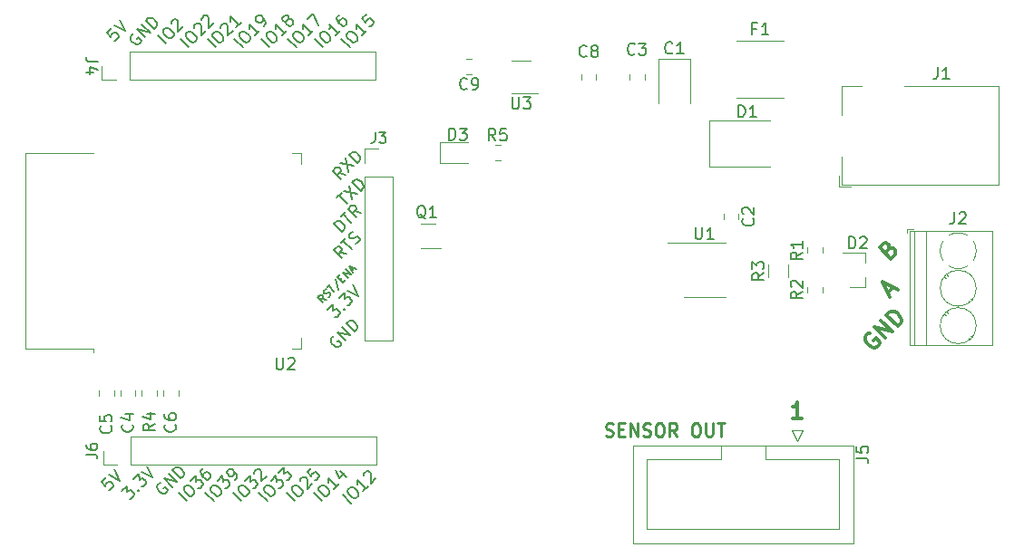
<source format=gbr>
G04 #@! TF.GenerationSoftware,KiCad,Pcbnew,(5.1.0)-1*
G04 #@! TF.CreationDate,2021-02-18T11:37:16+07:00*
G04 #@! TF.ProjectId,ESP32_BoardV1,45535033-325f-4426-9f61-726456312e6b,rev?*
G04 #@! TF.SameCoordinates,Original*
G04 #@! TF.FileFunction,Legend,Top*
G04 #@! TF.FilePolarity,Positive*
%FSLAX46Y46*%
G04 Gerber Fmt 4.6, Leading zero omitted, Abs format (unit mm)*
G04 Created by KiCad (PCBNEW (5.1.0)-1) date 2021-02-18 11:37:16*
%MOMM*%
%LPD*%
G04 APERTURE LIST*
%ADD10C,0.175000*%
%ADD11C,0.250000*%
%ADD12C,0.200000*%
%ADD13C,0.300000*%
%ADD14C,0.375000*%
%ADD15C,0.120000*%
%ADD16C,0.150000*%
G04 APERTURE END LIST*
D10*
X153998265Y-116549568D02*
X153597571Y-116478858D01*
X153715422Y-116832411D02*
X153220447Y-116337436D01*
X153409009Y-116148875D01*
X153479720Y-116125304D01*
X153526860Y-116125304D01*
X153597571Y-116148875D01*
X153668282Y-116219585D01*
X153691852Y-116290296D01*
X153691852Y-116337436D01*
X153668282Y-116408147D01*
X153479720Y-116596709D01*
X154163256Y-116337436D02*
X154257537Y-116290296D01*
X154375389Y-116172445D01*
X154398959Y-116101734D01*
X154398959Y-116054594D01*
X154375389Y-115983883D01*
X154328248Y-115936743D01*
X154257537Y-115913172D01*
X154210397Y-115913172D01*
X154139686Y-115936743D01*
X154021835Y-116007453D01*
X153951124Y-116031023D01*
X153903984Y-116031023D01*
X153833273Y-116007453D01*
X153786133Y-115960313D01*
X153762563Y-115889602D01*
X153762563Y-115842462D01*
X153786133Y-115771751D01*
X153903984Y-115653900D01*
X153998265Y-115606759D01*
X154116116Y-115441768D02*
X154398959Y-115158925D01*
X154752512Y-115795321D02*
X154257537Y-115300346D01*
X154893933Y-114616810D02*
X155106066Y-115677470D01*
X155318198Y-114711091D02*
X155483189Y-114546099D01*
X155813172Y-114734661D02*
X155577470Y-114970363D01*
X155082495Y-114475389D01*
X155318198Y-114239686D01*
X156025304Y-114522529D02*
X155530330Y-114027554D01*
X156308147Y-114239686D01*
X155813172Y-113744712D01*
X156378858Y-113886133D02*
X156614560Y-113650431D01*
X156473139Y-114074695D02*
X156143155Y-113414728D01*
X156803122Y-113744712D01*
D11*
X180114285Y-129285714D02*
X180285714Y-129342857D01*
X180571428Y-129342857D01*
X180685714Y-129285714D01*
X180742857Y-129228571D01*
X180800000Y-129114285D01*
X180800000Y-129000000D01*
X180742857Y-128885714D01*
X180685714Y-128828571D01*
X180571428Y-128771428D01*
X180342857Y-128714285D01*
X180228571Y-128657142D01*
X180171428Y-128600000D01*
X180114285Y-128485714D01*
X180114285Y-128371428D01*
X180171428Y-128257142D01*
X180228571Y-128200000D01*
X180342857Y-128142857D01*
X180628571Y-128142857D01*
X180800000Y-128200000D01*
X181314285Y-128714285D02*
X181714285Y-128714285D01*
X181885714Y-129342857D02*
X181314285Y-129342857D01*
X181314285Y-128142857D01*
X181885714Y-128142857D01*
X182400000Y-129342857D02*
X182400000Y-128142857D01*
X183085714Y-129342857D01*
X183085714Y-128142857D01*
X183600000Y-129285714D02*
X183771428Y-129342857D01*
X184057142Y-129342857D01*
X184171428Y-129285714D01*
X184228571Y-129228571D01*
X184285714Y-129114285D01*
X184285714Y-129000000D01*
X184228571Y-128885714D01*
X184171428Y-128828571D01*
X184057142Y-128771428D01*
X183828571Y-128714285D01*
X183714285Y-128657142D01*
X183657142Y-128600000D01*
X183600000Y-128485714D01*
X183600000Y-128371428D01*
X183657142Y-128257142D01*
X183714285Y-128200000D01*
X183828571Y-128142857D01*
X184114285Y-128142857D01*
X184285714Y-128200000D01*
X185028571Y-128142857D02*
X185257142Y-128142857D01*
X185371428Y-128200000D01*
X185485714Y-128314285D01*
X185542857Y-128542857D01*
X185542857Y-128942857D01*
X185485714Y-129171428D01*
X185371428Y-129285714D01*
X185257142Y-129342857D01*
X185028571Y-129342857D01*
X184914285Y-129285714D01*
X184800000Y-129171428D01*
X184742857Y-128942857D01*
X184742857Y-128542857D01*
X184800000Y-128314285D01*
X184914285Y-128200000D01*
X185028571Y-128142857D01*
X186742857Y-129342857D02*
X186342857Y-128771428D01*
X186057142Y-129342857D02*
X186057142Y-128142857D01*
X186514285Y-128142857D01*
X186628571Y-128200000D01*
X186685714Y-128257142D01*
X186742857Y-128371428D01*
X186742857Y-128542857D01*
X186685714Y-128657142D01*
X186628571Y-128714285D01*
X186514285Y-128771428D01*
X186057142Y-128771428D01*
X188400000Y-128142857D02*
X188628571Y-128142857D01*
X188742857Y-128200000D01*
X188857142Y-128314285D01*
X188914285Y-128542857D01*
X188914285Y-128942857D01*
X188857142Y-129171428D01*
X188742857Y-129285714D01*
X188628571Y-129342857D01*
X188400000Y-129342857D01*
X188285714Y-129285714D01*
X188171428Y-129171428D01*
X188114285Y-128942857D01*
X188114285Y-128542857D01*
X188171428Y-128314285D01*
X188285714Y-128200000D01*
X188400000Y-128142857D01*
X189428571Y-128142857D02*
X189428571Y-129114285D01*
X189485714Y-129228571D01*
X189542857Y-129285714D01*
X189657142Y-129342857D01*
X189885714Y-129342857D01*
X190000000Y-129285714D01*
X190057142Y-129228571D01*
X190114285Y-129114285D01*
X190114285Y-128142857D01*
X190514285Y-128142857D02*
X191200000Y-128142857D01*
X190857142Y-129342857D02*
X190857142Y-128142857D01*
D12*
X156203663Y-93000076D02*
X155425845Y-92222259D01*
X155944390Y-91703714D02*
X156092546Y-91555558D01*
X156203663Y-91518519D01*
X156351818Y-91518519D01*
X156537013Y-91629636D01*
X156796285Y-91888908D01*
X156907402Y-92074103D01*
X156907402Y-92222259D01*
X156870363Y-92333375D01*
X156722208Y-92481531D01*
X156611091Y-92518570D01*
X156462935Y-92518570D01*
X156277740Y-92407453D01*
X156018468Y-92148181D01*
X155907351Y-91962986D01*
X155907351Y-91814830D01*
X155944390Y-91703714D01*
X157796336Y-91407402D02*
X157351869Y-91851869D01*
X157574103Y-91629636D02*
X156796285Y-90851818D01*
X156833324Y-91037013D01*
X156833324Y-91185169D01*
X156796285Y-91296285D01*
X157722259Y-89925845D02*
X157351869Y-90296234D01*
X157685220Y-90703663D01*
X157685220Y-90629585D01*
X157722259Y-90518468D01*
X157907453Y-90333273D01*
X158018570Y-90296234D01*
X158092648Y-90296234D01*
X158203765Y-90333273D01*
X158388959Y-90518468D01*
X158425998Y-90629585D01*
X158425998Y-90703663D01*
X158388959Y-90814779D01*
X158203765Y-90999974D01*
X158092648Y-91037013D01*
X158018570Y-91037013D01*
X153703663Y-93000076D02*
X152925845Y-92222259D01*
X153444390Y-91703714D02*
X153592546Y-91555558D01*
X153703663Y-91518519D01*
X153851818Y-91518519D01*
X154037013Y-91629636D01*
X154296285Y-91888908D01*
X154407402Y-92074103D01*
X154407402Y-92222259D01*
X154370363Y-92333375D01*
X154222208Y-92481531D01*
X154111091Y-92518570D01*
X153962935Y-92518570D01*
X153777740Y-92407453D01*
X153518468Y-92148181D01*
X153407351Y-91962986D01*
X153407351Y-91814830D01*
X153444390Y-91703714D01*
X155296336Y-91407402D02*
X154851869Y-91851869D01*
X155074103Y-91629636D02*
X154296285Y-90851818D01*
X154333324Y-91037013D01*
X154333324Y-91185169D01*
X154296285Y-91296285D01*
X155185220Y-89962884D02*
X155037064Y-90111040D01*
X155000025Y-90222157D01*
X155000025Y-90296234D01*
X155037064Y-90481429D01*
X155148181Y-90666624D01*
X155444492Y-90962935D01*
X155555609Y-90999974D01*
X155629687Y-90999974D01*
X155740804Y-90962935D01*
X155888959Y-90814779D01*
X155925998Y-90703663D01*
X155925998Y-90629585D01*
X155888959Y-90518468D01*
X155703765Y-90333273D01*
X155592648Y-90296234D01*
X155518570Y-90296234D01*
X155407453Y-90333273D01*
X155259297Y-90481429D01*
X155222259Y-90592546D01*
X155222259Y-90666624D01*
X155259297Y-90777740D01*
X151203663Y-93000076D02*
X150425845Y-92222259D01*
X150944390Y-91703714D02*
X151092546Y-91555558D01*
X151203663Y-91518519D01*
X151351818Y-91518519D01*
X151537013Y-91629636D01*
X151796285Y-91888908D01*
X151907402Y-92074103D01*
X151907402Y-92222259D01*
X151870363Y-92333375D01*
X151722208Y-92481531D01*
X151611091Y-92518570D01*
X151462935Y-92518570D01*
X151277740Y-92407453D01*
X151018468Y-92148181D01*
X150907351Y-91962986D01*
X150907351Y-91814830D01*
X150944390Y-91703714D01*
X152796336Y-91407402D02*
X152351869Y-91851869D01*
X152574103Y-91629636D02*
X151796285Y-90851818D01*
X151833324Y-91037013D01*
X151833324Y-91185169D01*
X151796285Y-91296285D01*
X152277791Y-90370312D02*
X152796336Y-89851767D01*
X153240804Y-90962935D01*
X148703663Y-93000076D02*
X147925845Y-92222259D01*
X148444390Y-91703714D02*
X148592546Y-91555558D01*
X148703663Y-91518519D01*
X148851818Y-91518519D01*
X149037013Y-91629636D01*
X149296285Y-91888908D01*
X149407402Y-92074103D01*
X149407402Y-92222259D01*
X149370363Y-92333375D01*
X149222208Y-92481531D01*
X149111091Y-92518570D01*
X148962935Y-92518570D01*
X148777740Y-92407453D01*
X148518468Y-92148181D01*
X148407351Y-91962986D01*
X148407351Y-91814830D01*
X148444390Y-91703714D01*
X150296336Y-91407402D02*
X149851869Y-91851869D01*
X150074103Y-91629636D02*
X149296285Y-90851818D01*
X149333324Y-91037013D01*
X149333324Y-91185169D01*
X149296285Y-91296285D01*
X150296336Y-90518468D02*
X150185220Y-90555507D01*
X150111142Y-90555507D01*
X150000025Y-90518468D01*
X149962986Y-90481429D01*
X149925947Y-90370312D01*
X149925947Y-90296234D01*
X149962986Y-90185118D01*
X150111142Y-90036962D01*
X150222259Y-89999923D01*
X150296336Y-89999923D01*
X150407453Y-90036962D01*
X150444492Y-90074001D01*
X150481531Y-90185118D01*
X150481531Y-90259195D01*
X150444492Y-90370312D01*
X150296336Y-90518468D01*
X150259297Y-90629585D01*
X150259297Y-90703663D01*
X150296336Y-90814779D01*
X150444492Y-90962935D01*
X150555609Y-90999974D01*
X150629687Y-90999974D01*
X150740804Y-90962935D01*
X150888959Y-90814779D01*
X150925998Y-90703663D01*
X150925998Y-90629585D01*
X150888959Y-90518468D01*
X150740804Y-90370312D01*
X150629687Y-90333273D01*
X150555609Y-90333273D01*
X150444492Y-90370312D01*
X146203663Y-93000076D02*
X145425845Y-92222259D01*
X145944390Y-91703714D02*
X146092546Y-91555558D01*
X146203663Y-91518519D01*
X146351818Y-91518519D01*
X146537013Y-91629636D01*
X146796285Y-91888908D01*
X146907402Y-92074103D01*
X146907402Y-92222259D01*
X146870363Y-92333375D01*
X146722208Y-92481531D01*
X146611091Y-92518570D01*
X146462935Y-92518570D01*
X146277740Y-92407453D01*
X146018468Y-92148181D01*
X145907351Y-91962986D01*
X145907351Y-91814830D01*
X145944390Y-91703714D01*
X147796336Y-91407402D02*
X147351869Y-91851869D01*
X147574103Y-91629636D02*
X146796285Y-90851818D01*
X146833324Y-91037013D01*
X146833324Y-91185169D01*
X146796285Y-91296285D01*
X148166726Y-91037013D02*
X148314881Y-90888857D01*
X148351920Y-90777740D01*
X148351920Y-90703663D01*
X148314881Y-90518468D01*
X148203765Y-90333273D01*
X147907453Y-90036962D01*
X147796336Y-89999923D01*
X147722259Y-89999923D01*
X147611142Y-90036962D01*
X147462986Y-90185118D01*
X147425947Y-90296234D01*
X147425947Y-90370312D01*
X147462986Y-90481429D01*
X147648181Y-90666624D01*
X147759297Y-90703663D01*
X147833375Y-90703663D01*
X147944492Y-90666624D01*
X148092648Y-90518468D01*
X148129687Y-90407351D01*
X148129687Y-90333273D01*
X148092648Y-90222157D01*
X143703663Y-93000076D02*
X142925845Y-92222259D01*
X143444390Y-91703714D02*
X143592546Y-91555558D01*
X143703663Y-91518519D01*
X143851818Y-91518519D01*
X144037013Y-91629636D01*
X144296285Y-91888908D01*
X144407402Y-92074103D01*
X144407402Y-92222259D01*
X144370363Y-92333375D01*
X144222208Y-92481531D01*
X144111091Y-92518570D01*
X143962935Y-92518570D01*
X143777740Y-92407453D01*
X143518468Y-92148181D01*
X143407351Y-91962986D01*
X143407351Y-91814830D01*
X143444390Y-91703714D01*
X144148130Y-91148130D02*
X144148130Y-91074052D01*
X144185169Y-90962935D01*
X144370363Y-90777740D01*
X144481480Y-90740702D01*
X144555558Y-90740702D01*
X144666675Y-90777740D01*
X144740753Y-90851818D01*
X144814830Y-90999974D01*
X144814830Y-91888908D01*
X145296336Y-91407402D01*
X146037115Y-90666624D02*
X145592648Y-91111091D01*
X145814881Y-90888857D02*
X145037064Y-90111040D01*
X145074103Y-90296234D01*
X145074103Y-90444390D01*
X145037064Y-90555507D01*
X141203663Y-93000076D02*
X140425845Y-92222259D01*
X140944390Y-91703714D02*
X141092546Y-91555558D01*
X141203663Y-91518519D01*
X141351818Y-91518519D01*
X141537013Y-91629636D01*
X141796285Y-91888908D01*
X141907402Y-92074103D01*
X141907402Y-92222259D01*
X141870363Y-92333375D01*
X141722208Y-92481531D01*
X141611091Y-92518570D01*
X141462935Y-92518570D01*
X141277740Y-92407453D01*
X141018468Y-92148181D01*
X140907351Y-91962986D01*
X140907351Y-91814830D01*
X140944390Y-91703714D01*
X141648130Y-91148130D02*
X141648130Y-91074052D01*
X141685169Y-90962935D01*
X141870363Y-90777740D01*
X141981480Y-90740702D01*
X142055558Y-90740702D01*
X142166675Y-90777740D01*
X142240753Y-90851818D01*
X142314830Y-90999974D01*
X142314830Y-91888908D01*
X142796336Y-91407402D01*
X142388908Y-90407351D02*
X142388908Y-90333273D01*
X142425947Y-90222157D01*
X142611142Y-90036962D01*
X142722259Y-89999923D01*
X142796336Y-89999923D01*
X142907453Y-90036962D01*
X142981531Y-90111040D01*
X143055609Y-90259195D01*
X143055609Y-91148130D01*
X143537115Y-90666624D01*
X139074052Y-92629687D02*
X138296234Y-91851869D01*
X138814779Y-91333324D02*
X138962935Y-91185169D01*
X139074052Y-91148130D01*
X139222208Y-91148130D01*
X139407402Y-91259246D01*
X139666675Y-91518519D01*
X139777791Y-91703714D01*
X139777791Y-91851869D01*
X139740753Y-91962986D01*
X139592597Y-92111142D01*
X139481480Y-92148181D01*
X139333324Y-92148181D01*
X139148130Y-92037064D01*
X138888857Y-91777791D01*
X138777740Y-91592597D01*
X138777740Y-91444441D01*
X138814779Y-91333324D01*
X139518519Y-90777740D02*
X139518519Y-90703663D01*
X139555558Y-90592546D01*
X139740753Y-90407351D01*
X139851869Y-90370312D01*
X139925947Y-90370312D01*
X140037064Y-90407351D01*
X140111142Y-90481429D01*
X140185220Y-90629585D01*
X140185220Y-91518519D01*
X140666726Y-91037013D01*
X136018468Y-91703714D02*
X135907351Y-91740753D01*
X135796234Y-91851869D01*
X135722157Y-92000025D01*
X135722157Y-92148181D01*
X135759195Y-92259297D01*
X135870312Y-92444492D01*
X135981429Y-92555609D01*
X136166624Y-92666726D01*
X136277740Y-92703765D01*
X136425896Y-92703765D01*
X136574052Y-92629687D01*
X136648130Y-92555609D01*
X136722208Y-92407453D01*
X136722208Y-92333375D01*
X136462935Y-92074103D01*
X136314779Y-92222259D01*
X137129636Y-92074103D02*
X136351818Y-91296285D01*
X137574103Y-91629636D01*
X136796285Y-90851818D01*
X137944492Y-91259246D02*
X137166675Y-90481429D01*
X137351869Y-90296234D01*
X137500025Y-90222157D01*
X137648181Y-90222157D01*
X137759297Y-90259195D01*
X137944492Y-90370312D01*
X138055609Y-90481429D01*
X138166726Y-90666624D01*
X138203765Y-90777740D01*
X138203765Y-90925896D01*
X138129687Y-91074052D01*
X137944492Y-91259246D01*
X133925896Y-91222208D02*
X133555507Y-91592597D01*
X133888857Y-92000025D01*
X133888857Y-91925947D01*
X133925896Y-91814830D01*
X134111091Y-91629636D01*
X134222208Y-91592597D01*
X134296285Y-91592597D01*
X134407402Y-91629636D01*
X134592597Y-91814830D01*
X134629636Y-91925947D01*
X134629636Y-92000025D01*
X134592597Y-92111142D01*
X134407402Y-92296336D01*
X134296285Y-92333375D01*
X134222208Y-92333375D01*
X134185169Y-90962935D02*
X135222259Y-91481480D01*
X134703714Y-90444390D01*
X156303663Y-135600076D02*
X155525845Y-134822259D01*
X156044390Y-134303714D02*
X156192546Y-134155558D01*
X156303663Y-134118519D01*
X156451818Y-134118519D01*
X156637013Y-134229636D01*
X156896285Y-134488908D01*
X157007402Y-134674103D01*
X157007402Y-134822259D01*
X156970363Y-134933375D01*
X156822208Y-135081531D01*
X156711091Y-135118570D01*
X156562935Y-135118570D01*
X156377740Y-135007453D01*
X156118468Y-134748181D01*
X156007351Y-134562986D01*
X156007351Y-134414830D01*
X156044390Y-134303714D01*
X157896336Y-134007402D02*
X157451869Y-134451869D01*
X157674103Y-134229636D02*
X156896285Y-133451818D01*
X156933324Y-133637013D01*
X156933324Y-133785169D01*
X156896285Y-133896285D01*
X157488908Y-133007351D02*
X157488908Y-132933273D01*
X157525947Y-132822157D01*
X157711142Y-132636962D01*
X157822259Y-132599923D01*
X157896336Y-132599923D01*
X158007453Y-132636962D01*
X158081531Y-132711040D01*
X158155609Y-132859195D01*
X158155609Y-133748130D01*
X158637115Y-133266624D01*
X153603663Y-135400076D02*
X152825845Y-134622259D01*
X153344390Y-134103714D02*
X153492546Y-133955558D01*
X153603663Y-133918519D01*
X153751818Y-133918519D01*
X153937013Y-134029636D01*
X154196285Y-134288908D01*
X154307402Y-134474103D01*
X154307402Y-134622259D01*
X154270363Y-134733375D01*
X154122208Y-134881531D01*
X154011091Y-134918570D01*
X153862935Y-134918570D01*
X153677740Y-134807453D01*
X153418468Y-134548181D01*
X153307351Y-134362986D01*
X153307351Y-134214830D01*
X153344390Y-134103714D01*
X155196336Y-133807402D02*
X154751869Y-134251869D01*
X154974103Y-134029636D02*
X154196285Y-133251818D01*
X154233324Y-133437013D01*
X154233324Y-133585169D01*
X154196285Y-133696285D01*
X155344492Y-132622157D02*
X155863037Y-133140702D01*
X154862986Y-132511040D02*
X155233375Y-133251818D01*
X155714881Y-132770312D01*
X151103663Y-135400076D02*
X150325845Y-134622259D01*
X150844390Y-134103714D02*
X150992546Y-133955558D01*
X151103663Y-133918519D01*
X151251818Y-133918519D01*
X151437013Y-134029636D01*
X151696285Y-134288908D01*
X151807402Y-134474103D01*
X151807402Y-134622259D01*
X151770363Y-134733375D01*
X151622208Y-134881531D01*
X151511091Y-134918570D01*
X151362935Y-134918570D01*
X151177740Y-134807453D01*
X150918468Y-134548181D01*
X150807351Y-134362986D01*
X150807351Y-134214830D01*
X150844390Y-134103714D01*
X151548130Y-133548130D02*
X151548130Y-133474052D01*
X151585169Y-133362935D01*
X151770363Y-133177740D01*
X151881480Y-133140702D01*
X151955558Y-133140702D01*
X152066675Y-133177740D01*
X152140753Y-133251818D01*
X152214830Y-133399974D01*
X152214830Y-134288908D01*
X152696336Y-133807402D01*
X152622259Y-132325845D02*
X152251869Y-132696234D01*
X152585220Y-133103663D01*
X152585220Y-133029585D01*
X152622259Y-132918468D01*
X152807453Y-132733273D01*
X152918570Y-132696234D01*
X152992648Y-132696234D01*
X153103765Y-132733273D01*
X153288959Y-132918468D01*
X153325998Y-133029585D01*
X153325998Y-133103663D01*
X153288959Y-133214779D01*
X153103765Y-133399974D01*
X152992648Y-133437013D01*
X152918570Y-133437013D01*
X148503663Y-135400076D02*
X147725845Y-134622259D01*
X148244390Y-134103714D02*
X148392546Y-133955558D01*
X148503663Y-133918519D01*
X148651818Y-133918519D01*
X148837013Y-134029636D01*
X149096285Y-134288908D01*
X149207402Y-134474103D01*
X149207402Y-134622259D01*
X149170363Y-134733375D01*
X149022208Y-134881531D01*
X148911091Y-134918570D01*
X148762935Y-134918570D01*
X148577740Y-134807453D01*
X148318468Y-134548181D01*
X148207351Y-134362986D01*
X148207351Y-134214830D01*
X148244390Y-134103714D01*
X148837013Y-133511091D02*
X149318519Y-133029585D01*
X149355558Y-133585169D01*
X149466675Y-133474052D01*
X149577791Y-133437013D01*
X149651869Y-133437013D01*
X149762986Y-133474052D01*
X149948181Y-133659246D01*
X149985220Y-133770363D01*
X149985220Y-133844441D01*
X149948181Y-133955558D01*
X149725947Y-134177791D01*
X149614830Y-134214830D01*
X149540753Y-134214830D01*
X149577791Y-132770312D02*
X150059297Y-132288806D01*
X150096336Y-132844390D01*
X150207453Y-132733273D01*
X150318570Y-132696234D01*
X150392648Y-132696234D01*
X150503765Y-132733273D01*
X150688959Y-132918468D01*
X150725998Y-133029585D01*
X150725998Y-133103663D01*
X150688959Y-133214779D01*
X150466726Y-133437013D01*
X150355609Y-133474052D01*
X150281531Y-133474052D01*
X146103663Y-135400076D02*
X145325845Y-134622259D01*
X145844390Y-134103714D02*
X145992546Y-133955558D01*
X146103663Y-133918519D01*
X146251818Y-133918519D01*
X146437013Y-134029636D01*
X146696285Y-134288908D01*
X146807402Y-134474103D01*
X146807402Y-134622259D01*
X146770363Y-134733375D01*
X146622208Y-134881531D01*
X146511091Y-134918570D01*
X146362935Y-134918570D01*
X146177740Y-134807453D01*
X145918468Y-134548181D01*
X145807351Y-134362986D01*
X145807351Y-134214830D01*
X145844390Y-134103714D01*
X146437013Y-133511091D02*
X146918519Y-133029585D01*
X146955558Y-133585169D01*
X147066675Y-133474052D01*
X147177791Y-133437013D01*
X147251869Y-133437013D01*
X147362986Y-133474052D01*
X147548181Y-133659246D01*
X147585220Y-133770363D01*
X147585220Y-133844441D01*
X147548181Y-133955558D01*
X147325947Y-134177791D01*
X147214830Y-134214830D01*
X147140753Y-134214830D01*
X147288908Y-132807351D02*
X147288908Y-132733273D01*
X147325947Y-132622157D01*
X147511142Y-132436962D01*
X147622259Y-132399923D01*
X147696336Y-132399923D01*
X147807453Y-132436962D01*
X147881531Y-132511040D01*
X147955609Y-132659195D01*
X147955609Y-133548130D01*
X148437115Y-133066624D01*
X143503663Y-135400076D02*
X142725845Y-134622259D01*
X143244390Y-134103714D02*
X143392546Y-133955558D01*
X143503663Y-133918519D01*
X143651818Y-133918519D01*
X143837013Y-134029636D01*
X144096285Y-134288908D01*
X144207402Y-134474103D01*
X144207402Y-134622259D01*
X144170363Y-134733375D01*
X144022208Y-134881531D01*
X143911091Y-134918570D01*
X143762935Y-134918570D01*
X143577740Y-134807453D01*
X143318468Y-134548181D01*
X143207351Y-134362986D01*
X143207351Y-134214830D01*
X143244390Y-134103714D01*
X143837013Y-133511091D02*
X144318519Y-133029585D01*
X144355558Y-133585169D01*
X144466675Y-133474052D01*
X144577791Y-133437013D01*
X144651869Y-133437013D01*
X144762986Y-133474052D01*
X144948181Y-133659246D01*
X144985220Y-133770363D01*
X144985220Y-133844441D01*
X144948181Y-133955558D01*
X144725947Y-134177791D01*
X144614830Y-134214830D01*
X144540753Y-134214830D01*
X145466726Y-133437013D02*
X145614881Y-133288857D01*
X145651920Y-133177740D01*
X145651920Y-133103663D01*
X145614881Y-132918468D01*
X145503765Y-132733273D01*
X145207453Y-132436962D01*
X145096336Y-132399923D01*
X145022259Y-132399923D01*
X144911142Y-132436962D01*
X144762986Y-132585118D01*
X144725947Y-132696234D01*
X144725947Y-132770312D01*
X144762986Y-132881429D01*
X144948181Y-133066624D01*
X145059297Y-133103663D01*
X145133375Y-133103663D01*
X145244492Y-133066624D01*
X145392648Y-132918468D01*
X145429687Y-132807351D01*
X145429687Y-132733273D01*
X145392648Y-132622157D01*
X141003663Y-135400076D02*
X140225845Y-134622259D01*
X140744390Y-134103714D02*
X140892546Y-133955558D01*
X141003663Y-133918519D01*
X141151818Y-133918519D01*
X141337013Y-134029636D01*
X141596285Y-134288908D01*
X141707402Y-134474103D01*
X141707402Y-134622259D01*
X141670363Y-134733375D01*
X141522208Y-134881531D01*
X141411091Y-134918570D01*
X141262935Y-134918570D01*
X141077740Y-134807453D01*
X140818468Y-134548181D01*
X140707351Y-134362986D01*
X140707351Y-134214830D01*
X140744390Y-134103714D01*
X141337013Y-133511091D02*
X141818519Y-133029585D01*
X141855558Y-133585169D01*
X141966675Y-133474052D01*
X142077791Y-133437013D01*
X142151869Y-133437013D01*
X142262986Y-133474052D01*
X142448181Y-133659246D01*
X142485220Y-133770363D01*
X142485220Y-133844441D01*
X142448181Y-133955558D01*
X142225947Y-134177791D01*
X142114830Y-134214830D01*
X142040753Y-134214830D01*
X142485220Y-132362884D02*
X142337064Y-132511040D01*
X142300025Y-132622157D01*
X142300025Y-132696234D01*
X142337064Y-132881429D01*
X142448181Y-133066624D01*
X142744492Y-133362935D01*
X142855609Y-133399974D01*
X142929687Y-133399974D01*
X143040804Y-133362935D01*
X143188959Y-133214779D01*
X143225998Y-133103663D01*
X143225998Y-133029585D01*
X143188959Y-132918468D01*
X143003765Y-132733273D01*
X142892648Y-132696234D01*
X142818570Y-132696234D01*
X142707453Y-132733273D01*
X142559297Y-132881429D01*
X142522259Y-132992546D01*
X142522259Y-133066624D01*
X142559297Y-133177740D01*
X138518468Y-133703714D02*
X138407351Y-133740753D01*
X138296234Y-133851869D01*
X138222157Y-134000025D01*
X138222157Y-134148181D01*
X138259195Y-134259297D01*
X138370312Y-134444492D01*
X138481429Y-134555609D01*
X138666624Y-134666726D01*
X138777740Y-134703765D01*
X138925896Y-134703765D01*
X139074052Y-134629687D01*
X139148130Y-134555609D01*
X139222208Y-134407453D01*
X139222208Y-134333375D01*
X138962935Y-134074103D01*
X138814779Y-134222259D01*
X139629636Y-134074103D02*
X138851818Y-133296285D01*
X140074103Y-133629636D01*
X139296285Y-132851818D01*
X140444492Y-133259246D02*
X139666675Y-132481429D01*
X139851869Y-132296234D01*
X140000025Y-132222157D01*
X140148181Y-132222157D01*
X140259297Y-132259195D01*
X140444492Y-132370312D01*
X140555609Y-132481429D01*
X140666726Y-132666624D01*
X140703765Y-132777740D01*
X140703765Y-132925896D01*
X140629687Y-133074052D01*
X140444492Y-133259246D01*
X134925845Y-134472259D02*
X135407351Y-133990753D01*
X135444390Y-134546336D01*
X135555507Y-134435220D01*
X135666624Y-134398181D01*
X135740702Y-134398181D01*
X135851818Y-134435220D01*
X136037013Y-134620414D01*
X136074052Y-134731531D01*
X136074052Y-134805609D01*
X136037013Y-134916726D01*
X135814779Y-135138959D01*
X135703663Y-135175998D01*
X135629585Y-135175998D01*
X136444441Y-134361142D02*
X136518519Y-134361142D01*
X136518519Y-134435220D01*
X136444441Y-134435220D01*
X136444441Y-134361142D01*
X136518519Y-134435220D01*
X136037013Y-133361091D02*
X136518519Y-132879585D01*
X136555558Y-133435169D01*
X136666675Y-133324052D01*
X136777791Y-133287013D01*
X136851869Y-133287013D01*
X136962986Y-133324052D01*
X137148181Y-133509246D01*
X137185220Y-133620363D01*
X137185220Y-133694441D01*
X137148181Y-133805558D01*
X136925947Y-134027791D01*
X136814830Y-134064830D01*
X136740753Y-134064830D01*
X136740753Y-132657351D02*
X137777842Y-133175896D01*
X137259297Y-132138806D01*
X133425896Y-133222208D02*
X133055507Y-133592597D01*
X133388857Y-134000025D01*
X133388857Y-133925947D01*
X133425896Y-133814830D01*
X133611091Y-133629636D01*
X133722208Y-133592597D01*
X133796285Y-133592597D01*
X133907402Y-133629636D01*
X134092597Y-133814830D01*
X134129636Y-133925947D01*
X134129636Y-134000025D01*
X134092597Y-134111142D01*
X133907402Y-134296336D01*
X133796285Y-134333375D01*
X133722208Y-134333375D01*
X133685169Y-132962935D02*
X134722259Y-133481480D01*
X134203714Y-132444390D01*
D13*
X198428571Y-127678571D02*
X197571428Y-127678571D01*
X198000000Y-127678571D02*
X198000000Y-126178571D01*
X197857142Y-126392857D01*
X197714285Y-126535714D01*
X197571428Y-126607142D01*
D14*
X206500000Y-111848477D02*
X206702030Y-111747461D01*
X206803045Y-111747461D01*
X206954568Y-111797969D01*
X207106091Y-111949492D01*
X207156599Y-112101015D01*
X207156599Y-112202030D01*
X207106091Y-112353553D01*
X206702030Y-112757614D01*
X205641370Y-111696954D01*
X205994923Y-111343400D01*
X206146446Y-111292893D01*
X206247461Y-111292893D01*
X206398984Y-111343400D01*
X206500000Y-111444416D01*
X206550507Y-111595938D01*
X206550507Y-111696954D01*
X206500000Y-111848477D01*
X206146446Y-112202030D01*
X206424238Y-115929314D02*
X206929314Y-115424238D01*
X206626269Y-116333375D02*
X205919162Y-114919162D01*
X207333375Y-115626269D01*
X204711547Y-119677791D02*
X204560024Y-119728299D01*
X204408502Y-119879822D01*
X204307486Y-120081852D01*
X204307486Y-120283883D01*
X204357994Y-120435406D01*
X204509517Y-120687944D01*
X204661040Y-120839467D01*
X204913578Y-120990990D01*
X205065101Y-121041497D01*
X205267131Y-121041497D01*
X205469162Y-120940482D01*
X205570177Y-120839467D01*
X205671192Y-120637436D01*
X205671192Y-120536421D01*
X205317639Y-120182868D01*
X205115608Y-120384898D01*
X206226776Y-120182868D02*
X205166116Y-119122208D01*
X206832868Y-119576776D01*
X205772208Y-118516116D01*
X207337944Y-119071700D02*
X206277284Y-118011040D01*
X206529822Y-117758502D01*
X206731852Y-117657486D01*
X206933883Y-117657486D01*
X207085406Y-117707994D01*
X207337944Y-117859517D01*
X207489467Y-118011040D01*
X207640990Y-118263578D01*
X207691497Y-118415101D01*
X207691497Y-118617131D01*
X207590482Y-118819162D01*
X207337944Y-119071700D01*
D12*
X154718468Y-120003714D02*
X154607351Y-120040753D01*
X154496234Y-120151869D01*
X154422157Y-120300025D01*
X154422157Y-120448181D01*
X154459195Y-120559297D01*
X154570312Y-120744492D01*
X154681429Y-120855609D01*
X154866624Y-120966726D01*
X154977740Y-121003765D01*
X155125896Y-121003765D01*
X155274052Y-120929687D01*
X155348130Y-120855609D01*
X155422208Y-120707453D01*
X155422208Y-120633375D01*
X155162935Y-120374103D01*
X155014779Y-120522259D01*
X155829636Y-120374103D02*
X155051818Y-119596285D01*
X156274103Y-119929636D01*
X155496285Y-119151818D01*
X156644492Y-119559246D02*
X155866675Y-118781429D01*
X156051869Y-118596234D01*
X156200025Y-118522157D01*
X156348181Y-118522157D01*
X156459297Y-118559195D01*
X156644492Y-118670312D01*
X156755609Y-118781429D01*
X156866726Y-118966624D01*
X156903765Y-119077740D01*
X156903765Y-119225896D01*
X156829687Y-119374052D01*
X156644492Y-119559246D01*
X154125845Y-117522259D02*
X154607351Y-117040753D01*
X154644390Y-117596336D01*
X154755507Y-117485220D01*
X154866624Y-117448181D01*
X154940702Y-117448181D01*
X155051818Y-117485220D01*
X155237013Y-117670414D01*
X155274052Y-117781531D01*
X155274052Y-117855609D01*
X155237013Y-117966726D01*
X155014779Y-118188959D01*
X154903663Y-118225998D01*
X154829585Y-118225998D01*
X155644441Y-117411142D02*
X155718519Y-117411142D01*
X155718519Y-117485220D01*
X155644441Y-117485220D01*
X155644441Y-117411142D01*
X155718519Y-117485220D01*
X155237013Y-116411091D02*
X155718519Y-115929585D01*
X155755558Y-116485169D01*
X155866675Y-116374052D01*
X155977791Y-116337013D01*
X156051869Y-116337013D01*
X156162986Y-116374052D01*
X156348181Y-116559246D01*
X156385220Y-116670363D01*
X156385220Y-116744441D01*
X156348181Y-116855558D01*
X156125947Y-117077791D01*
X156014830Y-117114830D01*
X155940753Y-117114830D01*
X155940753Y-115707351D02*
X156977842Y-116225896D01*
X156459297Y-115188806D01*
X155925922Y-112277817D02*
X155296260Y-112166700D01*
X155481455Y-112722284D02*
X154703637Y-111944467D01*
X154999948Y-111648155D01*
X155111065Y-111611116D01*
X155185143Y-111611116D01*
X155296260Y-111648155D01*
X155407377Y-111759272D01*
X155444416Y-111870389D01*
X155444416Y-111944467D01*
X155407377Y-112055583D01*
X155111065Y-112351895D01*
X155370338Y-111277766D02*
X155814805Y-110833299D01*
X156370389Y-111833350D02*
X155592571Y-111055532D01*
X156777817Y-111351844D02*
X156925973Y-111277766D01*
X157111167Y-111092571D01*
X157148206Y-110981455D01*
X157148206Y-110907377D01*
X157111167Y-110796260D01*
X157037089Y-110722182D01*
X156925973Y-110685143D01*
X156851895Y-110685143D01*
X156740778Y-110722182D01*
X156555583Y-110833299D01*
X156444467Y-110870338D01*
X156370389Y-110870338D01*
X156259272Y-110833299D01*
X156185194Y-110759221D01*
X156148155Y-110648104D01*
X156148155Y-110574026D01*
X156185194Y-110462910D01*
X156370389Y-110277715D01*
X156518544Y-110203637D01*
X155462935Y-110240804D02*
X154685118Y-109462986D01*
X154870312Y-109277791D01*
X155018468Y-109203714D01*
X155166624Y-109203714D01*
X155277740Y-109240753D01*
X155462935Y-109351869D01*
X155574052Y-109462986D01*
X155685169Y-109648181D01*
X155722208Y-109759297D01*
X155722208Y-109907453D01*
X155648130Y-110055609D01*
X155462935Y-110240804D01*
X155351818Y-108796285D02*
X155796285Y-108351818D01*
X156351869Y-109351869D02*
X155574052Y-108574052D01*
X157277842Y-108425896D02*
X156648181Y-108314779D01*
X156833375Y-108870363D02*
X156055558Y-108092546D01*
X156351869Y-107796234D01*
X156462986Y-107759195D01*
X156537064Y-107759195D01*
X156648181Y-107796234D01*
X156759297Y-107907351D01*
X156796336Y-108018468D01*
X156796336Y-108092546D01*
X156759297Y-108203663D01*
X156462986Y-108499974D01*
X154992520Y-107055583D02*
X155436987Y-106611116D01*
X155992571Y-107611167D02*
X155214754Y-106833350D01*
X155622182Y-106425922D02*
X156918544Y-106685194D01*
X156140727Y-105907377D02*
X156400000Y-107203739D01*
X157214856Y-106388883D02*
X156437038Y-105611065D01*
X156622233Y-105425871D01*
X156770389Y-105351793D01*
X156918544Y-105351793D01*
X157029661Y-105388832D01*
X157214856Y-105499948D01*
X157325973Y-105611065D01*
X157437089Y-105796260D01*
X157474128Y-105907377D01*
X157474128Y-106055532D01*
X157400051Y-106203688D01*
X157214856Y-106388883D01*
X155833324Y-104870414D02*
X155203663Y-104759297D01*
X155388857Y-105314881D02*
X154611040Y-104537064D01*
X154907351Y-104240753D01*
X155018468Y-104203714D01*
X155092546Y-104203714D01*
X155203663Y-104240753D01*
X155314779Y-104351869D01*
X155351818Y-104462986D01*
X155351818Y-104537064D01*
X155314779Y-104648181D01*
X155018468Y-104944492D01*
X155314779Y-103833324D02*
X156611142Y-104092597D01*
X155833324Y-103314779D02*
X156092597Y-104611142D01*
X156907453Y-103796285D02*
X156129636Y-103018468D01*
X156314830Y-102833273D01*
X156462986Y-102759195D01*
X156611142Y-102759195D01*
X156722259Y-102796234D01*
X156907453Y-102907351D01*
X157018570Y-103018468D01*
X157129687Y-103203663D01*
X157166726Y-103314779D01*
X157166726Y-103462935D01*
X157092648Y-103611091D01*
X156907453Y-103796285D01*
D15*
X188010000Y-98250000D02*
X188010000Y-94040000D01*
X188010000Y-94040000D02*
X184990000Y-94040000D01*
X184990000Y-94040000D02*
X184990000Y-98250000D01*
X189750000Y-99850000D02*
X189750000Y-104150000D01*
X189750000Y-104150000D02*
X195450000Y-104150000D01*
X189750000Y-99850000D02*
X195450000Y-99850000D01*
X204360000Y-115380000D02*
X204360000Y-114450000D01*
X204360000Y-112220000D02*
X204360000Y-113150000D01*
X204360000Y-112220000D02*
X202200000Y-112220000D01*
X204360000Y-115380000D02*
X202900000Y-115380000D01*
X201900000Y-104950000D02*
X201900000Y-106000000D01*
X202950000Y-106000000D02*
X201900000Y-106000000D01*
X208000000Y-96600000D02*
X216800000Y-96600000D01*
X216800000Y-96600000D02*
X216800000Y-105800000D01*
X202100000Y-99300000D02*
X202100000Y-96600000D01*
X202100000Y-96600000D02*
X204000000Y-96600000D01*
X216800000Y-105800000D02*
X202100000Y-105800000D01*
X202100000Y-105800000D02*
X202100000Y-103200000D01*
X162800000Y-111760000D02*
X164700000Y-111760000D01*
X164200000Y-109440000D02*
X162800000Y-109440000D01*
X195290000Y-114502064D02*
X195290000Y-113297936D01*
X197110000Y-114502064D02*
X197110000Y-113297936D01*
X189300000Y-116360000D02*
X191250000Y-116360000D01*
X189300000Y-116360000D02*
X187350000Y-116360000D01*
X189300000Y-111240000D02*
X191250000Y-111240000D01*
X189300000Y-111240000D02*
X185850000Y-111240000D01*
X150855000Y-121120000D02*
X151635000Y-121120000D01*
X151635000Y-121120000D02*
X151635000Y-120120000D01*
X150855000Y-102880000D02*
X151635000Y-102880000D01*
X151635000Y-102880000D02*
X151635000Y-103880000D01*
X125890000Y-121120000D02*
X125890000Y-102880000D01*
X125890000Y-102880000D02*
X132310000Y-102880000D01*
X125890000Y-121120000D02*
X132310000Y-121120000D01*
X132310000Y-121120000D02*
X132310000Y-121500000D01*
X203210000Y-130210000D02*
X203210000Y-139330000D01*
X203210000Y-139330000D02*
X182630000Y-139330000D01*
X182630000Y-139330000D02*
X182630000Y-130210000D01*
X182630000Y-130210000D02*
X203210000Y-130210000D01*
X194970000Y-130210000D02*
X194970000Y-131520000D01*
X194970000Y-131520000D02*
X201910000Y-131520000D01*
X201910000Y-131520000D02*
X201910000Y-138020000D01*
X201910000Y-138020000D02*
X183930000Y-138020000D01*
X183930000Y-138020000D02*
X183930000Y-131520000D01*
X183930000Y-131520000D02*
X190870000Y-131520000D01*
X190870000Y-131520000D02*
X190870000Y-131520000D01*
X190870000Y-131520000D02*
X190870000Y-130210000D01*
X198000000Y-129820000D02*
X198500000Y-128820000D01*
X198500000Y-128820000D02*
X197500000Y-128820000D01*
X197500000Y-128820000D02*
X198000000Y-129820000D01*
X211575279Y-112890264D02*
G75*
G02X211320000Y-112000000I1424721J890264D01*
G01*
X213890193Y-113425505D02*
G75*
G02X212109000Y-113425000I-890193J1425505D01*
G01*
X214425358Y-111110106D02*
G75*
G02X214440000Y-112866000I-1425358J-889894D01*
G01*
X212110106Y-110574642D02*
G75*
G02X213866000Y-110560000I889894J-1425358D01*
G01*
X211319901Y-112028674D02*
G75*
G02X211560000Y-111134000I1680099J28674D01*
G01*
X214680000Y-115500000D02*
G75*
G03X214680000Y-115500000I-1680000J0D01*
G01*
X214680000Y-119000000D02*
G75*
G03X214680000Y-119000000I-1680000J0D01*
G01*
X208900000Y-110190000D02*
X208900000Y-120810000D01*
X210000000Y-110190000D02*
X210000000Y-120810000D01*
X216160000Y-110190000D02*
X216160000Y-120810000D01*
X208440000Y-110190000D02*
X208440000Y-120810000D01*
X216160000Y-110190000D02*
X208440000Y-110190000D01*
X216160000Y-120810000D02*
X208440000Y-120810000D01*
X214069000Y-116775000D02*
X213941000Y-116646000D01*
X211819000Y-114525000D02*
X211726000Y-114431000D01*
X214275000Y-116570000D02*
X214181000Y-116476000D01*
X212059000Y-114355000D02*
X211931000Y-114226000D01*
X214069000Y-120275000D02*
X213941000Y-120146000D01*
X211819000Y-118025000D02*
X211726000Y-117931000D01*
X214275000Y-120070000D02*
X214181000Y-119976000D01*
X212059000Y-117855000D02*
X211931000Y-117726000D01*
X208840000Y-109950000D02*
X208200000Y-109950000D01*
X208200000Y-109950000D02*
X208200000Y-110350000D01*
X167262500Y-101840000D02*
X164577500Y-101840000D01*
X164577500Y-101840000D02*
X164577500Y-103760000D01*
X164577500Y-103760000D02*
X167262500Y-103760000D01*
X158590000Y-96030000D02*
X158590000Y-93370000D01*
X135670000Y-96030000D02*
X158590000Y-96030000D01*
X135670000Y-93370000D02*
X158590000Y-93370000D01*
X135670000Y-96030000D02*
X135670000Y-93370000D01*
X134400000Y-96030000D02*
X133070000Y-96030000D01*
X133070000Y-96030000D02*
X133070000Y-94700000D01*
X173080000Y-94240000D02*
X171320000Y-94240000D01*
X171320000Y-97310000D02*
X173750000Y-97310000D01*
X192296248Y-92330000D02*
X196703752Y-92330000D01*
X192296248Y-97670000D02*
X196703752Y-97670000D01*
X191090000Y-108541422D02*
X191090000Y-109058578D01*
X192510000Y-108541422D02*
X192510000Y-109058578D01*
X183710000Y-95528922D02*
X183710000Y-96046078D01*
X182290000Y-95528922D02*
X182290000Y-96046078D01*
X136210000Y-125041422D02*
X136210000Y-125558578D01*
X134790000Y-125041422D02*
X134790000Y-125558578D01*
X132790000Y-125041422D02*
X132790000Y-125558578D01*
X134210000Y-125041422D02*
X134210000Y-125558578D01*
X140210000Y-125041422D02*
X140210000Y-125558578D01*
X138790000Y-125041422D02*
X138790000Y-125558578D01*
X177790000Y-95503922D02*
X177790000Y-96021078D01*
X179210000Y-95503922D02*
X179210000Y-96021078D01*
X167596078Y-95510000D02*
X167078922Y-95510000D01*
X167596078Y-94090000D02*
X167078922Y-94090000D01*
X198890000Y-112221078D02*
X198890000Y-111703922D01*
X200310000Y-112221078D02*
X200310000Y-111703922D01*
X200310000Y-115896078D02*
X200310000Y-115378922D01*
X198890000Y-115896078D02*
X198890000Y-115378922D01*
X138210000Y-125558578D02*
X138210000Y-125041422D01*
X136790000Y-125558578D02*
X136790000Y-125041422D01*
X170258578Y-103510000D02*
X169741422Y-103510000D01*
X170258578Y-102090000D02*
X169741422Y-102090000D01*
X157570000Y-120370000D02*
X160230000Y-120370000D01*
X157570000Y-105070000D02*
X157570000Y-120370000D01*
X160230000Y-105070000D02*
X160230000Y-120370000D01*
X157570000Y-105070000D02*
X160230000Y-105070000D01*
X157570000Y-103800000D02*
X157570000Y-102470000D01*
X157570000Y-102470000D02*
X158900000Y-102470000D01*
X158690000Y-132030000D02*
X158690000Y-129370000D01*
X135770000Y-132030000D02*
X158690000Y-132030000D01*
X135770000Y-129370000D02*
X158690000Y-129370000D01*
X135770000Y-132030000D02*
X135770000Y-129370000D01*
X134500000Y-132030000D02*
X133170000Y-132030000D01*
X133170000Y-132030000D02*
X133170000Y-130700000D01*
D12*
X186316666Y-93492857D02*
X186264285Y-93545238D01*
X186107142Y-93597619D01*
X186002380Y-93597619D01*
X185845238Y-93545238D01*
X185740476Y-93440476D01*
X185688095Y-93335714D01*
X185635714Y-93126190D01*
X185635714Y-92969047D01*
X185688095Y-92759523D01*
X185740476Y-92654761D01*
X185845238Y-92550000D01*
X186002380Y-92497619D01*
X186107142Y-92497619D01*
X186264285Y-92550000D01*
X186316666Y-92602380D01*
X187364285Y-93597619D02*
X186735714Y-93597619D01*
X187050000Y-93597619D02*
X187050000Y-92497619D01*
X186945238Y-92654761D01*
X186840476Y-92759523D01*
X186735714Y-92811904D01*
X192488095Y-99497619D02*
X192488095Y-98397619D01*
X192750000Y-98397619D01*
X192907142Y-98450000D01*
X193011904Y-98554761D01*
X193064285Y-98659523D01*
X193116666Y-98869047D01*
X193116666Y-99026190D01*
X193064285Y-99235714D01*
X193011904Y-99340476D01*
X192907142Y-99445238D01*
X192750000Y-99497619D01*
X192488095Y-99497619D01*
X194164285Y-99497619D02*
X193535714Y-99497619D01*
X193850000Y-99497619D02*
X193850000Y-98397619D01*
X193745238Y-98554761D01*
X193640476Y-98659523D01*
X193535714Y-98711904D01*
X202788095Y-111797619D02*
X202788095Y-110697619D01*
X203050000Y-110697619D01*
X203207142Y-110750000D01*
X203311904Y-110854761D01*
X203364285Y-110959523D01*
X203416666Y-111169047D01*
X203416666Y-111326190D01*
X203364285Y-111535714D01*
X203311904Y-111640476D01*
X203207142Y-111745238D01*
X203050000Y-111797619D01*
X202788095Y-111797619D01*
X203835714Y-110802380D02*
X203888095Y-110750000D01*
X203992857Y-110697619D01*
X204254761Y-110697619D01*
X204359523Y-110750000D01*
X204411904Y-110802380D01*
X204464285Y-110907142D01*
X204464285Y-111011904D01*
X204411904Y-111169047D01*
X203783333Y-111797619D01*
X204464285Y-111797619D01*
X211083333Y-94847619D02*
X211083333Y-95633333D01*
X211030952Y-95790476D01*
X210926190Y-95895238D01*
X210769047Y-95947619D01*
X210664285Y-95947619D01*
X212183333Y-95947619D02*
X211554761Y-95947619D01*
X211869047Y-95947619D02*
X211869047Y-94847619D01*
X211764285Y-95004761D01*
X211659523Y-95109523D01*
X211554761Y-95161904D01*
X163295238Y-109002380D02*
X163190476Y-108950000D01*
X163085714Y-108845238D01*
X162928571Y-108688095D01*
X162823809Y-108635714D01*
X162719047Y-108635714D01*
X162771428Y-108897619D02*
X162666666Y-108845238D01*
X162561904Y-108740476D01*
X162509523Y-108530952D01*
X162509523Y-108164285D01*
X162561904Y-107954761D01*
X162666666Y-107850000D01*
X162771428Y-107797619D01*
X162980952Y-107797619D01*
X163085714Y-107850000D01*
X163190476Y-107954761D01*
X163242857Y-108164285D01*
X163242857Y-108530952D01*
X163190476Y-108740476D01*
X163085714Y-108845238D01*
X162980952Y-108897619D01*
X162771428Y-108897619D01*
X164290476Y-108897619D02*
X163661904Y-108897619D01*
X163976190Y-108897619D02*
X163976190Y-107797619D01*
X163871428Y-107954761D01*
X163766666Y-108059523D01*
X163661904Y-108111904D01*
X194877619Y-114083333D02*
X194353809Y-114450000D01*
X194877619Y-114711904D02*
X193777619Y-114711904D01*
X193777619Y-114292857D01*
X193830000Y-114188095D01*
X193882380Y-114135714D01*
X193987142Y-114083333D01*
X194144285Y-114083333D01*
X194249047Y-114135714D01*
X194301428Y-114188095D01*
X194353809Y-114292857D01*
X194353809Y-114711904D01*
X193777619Y-113716666D02*
X193777619Y-113035714D01*
X194196666Y-113402380D01*
X194196666Y-113245238D01*
X194249047Y-113140476D01*
X194301428Y-113088095D01*
X194406190Y-113035714D01*
X194668095Y-113035714D01*
X194772857Y-113088095D01*
X194825238Y-113140476D01*
X194877619Y-113245238D01*
X194877619Y-113559523D01*
X194825238Y-113664285D01*
X194772857Y-113716666D01*
X188461904Y-109797619D02*
X188461904Y-110688095D01*
X188514285Y-110792857D01*
X188566666Y-110845238D01*
X188671428Y-110897619D01*
X188880952Y-110897619D01*
X188985714Y-110845238D01*
X189038095Y-110792857D01*
X189090476Y-110688095D01*
X189090476Y-109797619D01*
X190190476Y-110897619D02*
X189561904Y-110897619D01*
X189876190Y-110897619D02*
X189876190Y-109797619D01*
X189771428Y-109954761D01*
X189666666Y-110059523D01*
X189561904Y-110111904D01*
X149346904Y-122007619D02*
X149346904Y-122898095D01*
X149399285Y-123002857D01*
X149451666Y-123055238D01*
X149556428Y-123107619D01*
X149765952Y-123107619D01*
X149870714Y-123055238D01*
X149923095Y-123002857D01*
X149975476Y-122898095D01*
X149975476Y-122007619D01*
X150446904Y-122112380D02*
X150499285Y-122060000D01*
X150604047Y-122007619D01*
X150865952Y-122007619D01*
X150970714Y-122060000D01*
X151023095Y-122112380D01*
X151075476Y-122217142D01*
X151075476Y-122321904D01*
X151023095Y-122479047D01*
X150394523Y-123107619D01*
X151075476Y-123107619D01*
X203497619Y-131366666D02*
X204283333Y-131366666D01*
X204440476Y-131419047D01*
X204545238Y-131523809D01*
X204597619Y-131680952D01*
X204597619Y-131785714D01*
X203497619Y-130319047D02*
X203497619Y-130842857D01*
X204021428Y-130895238D01*
X203969047Y-130842857D01*
X203916666Y-130738095D01*
X203916666Y-130476190D01*
X203969047Y-130371428D01*
X204021428Y-130319047D01*
X204126190Y-130266666D01*
X204388095Y-130266666D01*
X204492857Y-130319047D01*
X204545238Y-130371428D01*
X204597619Y-130476190D01*
X204597619Y-130738095D01*
X204545238Y-130842857D01*
X204492857Y-130895238D01*
X212633333Y-108397619D02*
X212633333Y-109183333D01*
X212580952Y-109340476D01*
X212476190Y-109445238D01*
X212319047Y-109497619D01*
X212214285Y-109497619D01*
X213104761Y-108502380D02*
X213157142Y-108450000D01*
X213261904Y-108397619D01*
X213523809Y-108397619D01*
X213628571Y-108450000D01*
X213680952Y-108502380D01*
X213733333Y-108607142D01*
X213733333Y-108711904D01*
X213680952Y-108869047D01*
X213052380Y-109497619D01*
X213733333Y-109497619D01*
X165450595Y-101647619D02*
X165450595Y-100547619D01*
X165712500Y-100547619D01*
X165869642Y-100600000D01*
X165974404Y-100704761D01*
X166026785Y-100809523D01*
X166079166Y-101019047D01*
X166079166Y-101176190D01*
X166026785Y-101385714D01*
X165974404Y-101490476D01*
X165869642Y-101595238D01*
X165712500Y-101647619D01*
X165450595Y-101647619D01*
X166445833Y-100547619D02*
X167126785Y-100547619D01*
X166760119Y-100966666D01*
X166917261Y-100966666D01*
X167022023Y-101019047D01*
X167074404Y-101071428D01*
X167126785Y-101176190D01*
X167126785Y-101438095D01*
X167074404Y-101542857D01*
X167022023Y-101595238D01*
X166917261Y-101647619D01*
X166602976Y-101647619D01*
X166498214Y-101595238D01*
X166445833Y-101542857D01*
X132672380Y-94333333D02*
X131886666Y-94333333D01*
X131729523Y-94280952D01*
X131624761Y-94176190D01*
X131572380Y-94019047D01*
X131572380Y-93914285D01*
X132305714Y-95328571D02*
X131572380Y-95328571D01*
X132724761Y-95066666D02*
X131939047Y-94804761D01*
X131939047Y-95485714D01*
X171361904Y-97647619D02*
X171361904Y-98538095D01*
X171414285Y-98642857D01*
X171466666Y-98695238D01*
X171571428Y-98747619D01*
X171780952Y-98747619D01*
X171885714Y-98695238D01*
X171938095Y-98642857D01*
X171990476Y-98538095D01*
X171990476Y-97647619D01*
X172409523Y-97647619D02*
X173090476Y-97647619D01*
X172723809Y-98066666D01*
X172880952Y-98066666D01*
X172985714Y-98119047D01*
X173038095Y-98171428D01*
X173090476Y-98276190D01*
X173090476Y-98538095D01*
X173038095Y-98642857D01*
X172985714Y-98695238D01*
X172880952Y-98747619D01*
X172566666Y-98747619D01*
X172461904Y-98695238D01*
X172409523Y-98642857D01*
X194133333Y-91241428D02*
X193766666Y-91241428D01*
X193766666Y-91817619D02*
X193766666Y-90717619D01*
X194290476Y-90717619D01*
X195285714Y-91817619D02*
X194657142Y-91817619D01*
X194971428Y-91817619D02*
X194971428Y-90717619D01*
X194866666Y-90874761D01*
X194761904Y-90979523D01*
X194657142Y-91031904D01*
X193842857Y-108983333D02*
X193895238Y-109035714D01*
X193947619Y-109192857D01*
X193947619Y-109297619D01*
X193895238Y-109454761D01*
X193790476Y-109559523D01*
X193685714Y-109611904D01*
X193476190Y-109664285D01*
X193319047Y-109664285D01*
X193109523Y-109611904D01*
X193004761Y-109559523D01*
X192900000Y-109454761D01*
X192847619Y-109297619D01*
X192847619Y-109192857D01*
X192900000Y-109035714D01*
X192952380Y-108983333D01*
X192952380Y-108564285D02*
X192900000Y-108511904D01*
X192847619Y-108407142D01*
X192847619Y-108145238D01*
X192900000Y-108040476D01*
X192952380Y-107988095D01*
X193057142Y-107935714D01*
X193161904Y-107935714D01*
X193319047Y-107988095D01*
X193947619Y-108616666D01*
X193947619Y-107935714D01*
X182816666Y-93592857D02*
X182764285Y-93645238D01*
X182607142Y-93697619D01*
X182502380Y-93697619D01*
X182345238Y-93645238D01*
X182240476Y-93540476D01*
X182188095Y-93435714D01*
X182135714Y-93226190D01*
X182135714Y-93069047D01*
X182188095Y-92859523D01*
X182240476Y-92754761D01*
X182345238Y-92650000D01*
X182502380Y-92597619D01*
X182607142Y-92597619D01*
X182764285Y-92650000D01*
X182816666Y-92702380D01*
X183183333Y-92597619D02*
X183864285Y-92597619D01*
X183497619Y-93016666D01*
X183654761Y-93016666D01*
X183759523Y-93069047D01*
X183811904Y-93121428D01*
X183864285Y-93226190D01*
X183864285Y-93488095D01*
X183811904Y-93592857D01*
X183759523Y-93645238D01*
X183654761Y-93697619D01*
X183340476Y-93697619D01*
X183235714Y-93645238D01*
X183183333Y-93592857D01*
X135892857Y-128233333D02*
X135945238Y-128285714D01*
X135997619Y-128442857D01*
X135997619Y-128547619D01*
X135945238Y-128704761D01*
X135840476Y-128809523D01*
X135735714Y-128861904D01*
X135526190Y-128914285D01*
X135369047Y-128914285D01*
X135159523Y-128861904D01*
X135054761Y-128809523D01*
X134950000Y-128704761D01*
X134897619Y-128547619D01*
X134897619Y-128442857D01*
X134950000Y-128285714D01*
X135002380Y-128233333D01*
X135264285Y-127290476D02*
X135997619Y-127290476D01*
X134845238Y-127552380D02*
X135630952Y-127814285D01*
X135630952Y-127133333D01*
X133892857Y-128383333D02*
X133945238Y-128435714D01*
X133997619Y-128592857D01*
X133997619Y-128697619D01*
X133945238Y-128854761D01*
X133840476Y-128959523D01*
X133735714Y-129011904D01*
X133526190Y-129064285D01*
X133369047Y-129064285D01*
X133159523Y-129011904D01*
X133054761Y-128959523D01*
X132950000Y-128854761D01*
X132897619Y-128697619D01*
X132897619Y-128592857D01*
X132950000Y-128435714D01*
X133002380Y-128383333D01*
X132897619Y-127388095D02*
X132897619Y-127911904D01*
X133421428Y-127964285D01*
X133369047Y-127911904D01*
X133316666Y-127807142D01*
X133316666Y-127545238D01*
X133369047Y-127440476D01*
X133421428Y-127388095D01*
X133526190Y-127335714D01*
X133788095Y-127335714D01*
X133892857Y-127388095D01*
X133945238Y-127440476D01*
X133997619Y-127545238D01*
X133997619Y-127807142D01*
X133945238Y-127911904D01*
X133892857Y-127964285D01*
X139892857Y-128233333D02*
X139945238Y-128285714D01*
X139997619Y-128442857D01*
X139997619Y-128547619D01*
X139945238Y-128704761D01*
X139840476Y-128809523D01*
X139735714Y-128861904D01*
X139526190Y-128914285D01*
X139369047Y-128914285D01*
X139159523Y-128861904D01*
X139054761Y-128809523D01*
X138950000Y-128704761D01*
X138897619Y-128547619D01*
X138897619Y-128442857D01*
X138950000Y-128285714D01*
X139002380Y-128233333D01*
X138897619Y-127290476D02*
X138897619Y-127500000D01*
X138950000Y-127604761D01*
X139002380Y-127657142D01*
X139159523Y-127761904D01*
X139369047Y-127814285D01*
X139788095Y-127814285D01*
X139892857Y-127761904D01*
X139945238Y-127709523D01*
X139997619Y-127604761D01*
X139997619Y-127395238D01*
X139945238Y-127290476D01*
X139892857Y-127238095D01*
X139788095Y-127185714D01*
X139526190Y-127185714D01*
X139421428Y-127238095D01*
X139369047Y-127290476D01*
X139316666Y-127395238D01*
X139316666Y-127604761D01*
X139369047Y-127709523D01*
X139421428Y-127761904D01*
X139526190Y-127814285D01*
X178316666Y-93792857D02*
X178264285Y-93845238D01*
X178107142Y-93897619D01*
X178002380Y-93897619D01*
X177845238Y-93845238D01*
X177740476Y-93740476D01*
X177688095Y-93635714D01*
X177635714Y-93426190D01*
X177635714Y-93269047D01*
X177688095Y-93059523D01*
X177740476Y-92954761D01*
X177845238Y-92850000D01*
X178002380Y-92797619D01*
X178107142Y-92797619D01*
X178264285Y-92850000D01*
X178316666Y-92902380D01*
X178945238Y-93269047D02*
X178840476Y-93216666D01*
X178788095Y-93164285D01*
X178735714Y-93059523D01*
X178735714Y-93007142D01*
X178788095Y-92902380D01*
X178840476Y-92850000D01*
X178945238Y-92797619D01*
X179154761Y-92797619D01*
X179259523Y-92850000D01*
X179311904Y-92902380D01*
X179364285Y-93007142D01*
X179364285Y-93059523D01*
X179311904Y-93164285D01*
X179259523Y-93216666D01*
X179154761Y-93269047D01*
X178945238Y-93269047D01*
X178840476Y-93321428D01*
X178788095Y-93373809D01*
X178735714Y-93478571D01*
X178735714Y-93688095D01*
X178788095Y-93792857D01*
X178840476Y-93845238D01*
X178945238Y-93897619D01*
X179154761Y-93897619D01*
X179259523Y-93845238D01*
X179311904Y-93792857D01*
X179364285Y-93688095D01*
X179364285Y-93478571D01*
X179311904Y-93373809D01*
X179259523Y-93321428D01*
X179154761Y-93269047D01*
X167154166Y-96842857D02*
X167101785Y-96895238D01*
X166944642Y-96947619D01*
X166839880Y-96947619D01*
X166682738Y-96895238D01*
X166577976Y-96790476D01*
X166525595Y-96685714D01*
X166473214Y-96476190D01*
X166473214Y-96319047D01*
X166525595Y-96109523D01*
X166577976Y-96004761D01*
X166682738Y-95900000D01*
X166839880Y-95847619D01*
X166944642Y-95847619D01*
X167101785Y-95900000D01*
X167154166Y-95952380D01*
X167677976Y-96947619D02*
X167887500Y-96947619D01*
X167992261Y-96895238D01*
X168044642Y-96842857D01*
X168149404Y-96685714D01*
X168201785Y-96476190D01*
X168201785Y-96057142D01*
X168149404Y-95952380D01*
X168097023Y-95900000D01*
X167992261Y-95847619D01*
X167782738Y-95847619D01*
X167677976Y-95900000D01*
X167625595Y-95952380D01*
X167573214Y-96057142D01*
X167573214Y-96319047D01*
X167625595Y-96423809D01*
X167677976Y-96476190D01*
X167782738Y-96528571D01*
X167992261Y-96528571D01*
X168097023Y-96476190D01*
X168149404Y-96423809D01*
X168201785Y-96319047D01*
X198447619Y-112145833D02*
X197923809Y-112512500D01*
X198447619Y-112774404D02*
X197347619Y-112774404D01*
X197347619Y-112355357D01*
X197400000Y-112250595D01*
X197452380Y-112198214D01*
X197557142Y-112145833D01*
X197714285Y-112145833D01*
X197819047Y-112198214D01*
X197871428Y-112250595D01*
X197923809Y-112355357D01*
X197923809Y-112774404D01*
X198447619Y-111098214D02*
X198447619Y-111726785D01*
X198447619Y-111412500D02*
X197347619Y-111412500D01*
X197504761Y-111517261D01*
X197609523Y-111622023D01*
X197661904Y-111726785D01*
X198447619Y-115820833D02*
X197923809Y-116187500D01*
X198447619Y-116449404D02*
X197347619Y-116449404D01*
X197347619Y-116030357D01*
X197400000Y-115925595D01*
X197452380Y-115873214D01*
X197557142Y-115820833D01*
X197714285Y-115820833D01*
X197819047Y-115873214D01*
X197871428Y-115925595D01*
X197923809Y-116030357D01*
X197923809Y-116449404D01*
X197452380Y-115401785D02*
X197400000Y-115349404D01*
X197347619Y-115244642D01*
X197347619Y-114982738D01*
X197400000Y-114877976D01*
X197452380Y-114825595D01*
X197557142Y-114773214D01*
X197661904Y-114773214D01*
X197819047Y-114825595D01*
X198447619Y-115454166D01*
X198447619Y-114773214D01*
X137997619Y-128183333D02*
X137473809Y-128550000D01*
X137997619Y-128811904D02*
X136897619Y-128811904D01*
X136897619Y-128392857D01*
X136950000Y-128288095D01*
X137002380Y-128235714D01*
X137107142Y-128183333D01*
X137264285Y-128183333D01*
X137369047Y-128235714D01*
X137421428Y-128288095D01*
X137473809Y-128392857D01*
X137473809Y-128811904D01*
X137264285Y-127240476D02*
X137997619Y-127240476D01*
X136845238Y-127502380D02*
X137630952Y-127764285D01*
X137630952Y-127083333D01*
X169816666Y-101697619D02*
X169450000Y-101173809D01*
X169188095Y-101697619D02*
X169188095Y-100597619D01*
X169607142Y-100597619D01*
X169711904Y-100650000D01*
X169764285Y-100702380D01*
X169816666Y-100807142D01*
X169816666Y-100964285D01*
X169764285Y-101069047D01*
X169711904Y-101121428D01*
X169607142Y-101173809D01*
X169188095Y-101173809D01*
X170811904Y-100597619D02*
X170288095Y-100597619D01*
X170235714Y-101121428D01*
X170288095Y-101069047D01*
X170392857Y-101016666D01*
X170654761Y-101016666D01*
X170759523Y-101069047D01*
X170811904Y-101121428D01*
X170864285Y-101226190D01*
X170864285Y-101488095D01*
X170811904Y-101592857D01*
X170759523Y-101645238D01*
X170654761Y-101697619D01*
X170392857Y-101697619D01*
X170288095Y-101645238D01*
X170235714Y-101592857D01*
D16*
X158566666Y-100922380D02*
X158566666Y-101636666D01*
X158519047Y-101779523D01*
X158423809Y-101874761D01*
X158280952Y-101922380D01*
X158185714Y-101922380D01*
X158947619Y-100922380D02*
X159566666Y-100922380D01*
X159233333Y-101303333D01*
X159376190Y-101303333D01*
X159471428Y-101350952D01*
X159519047Y-101398571D01*
X159566666Y-101493809D01*
X159566666Y-101731904D01*
X159519047Y-101827142D01*
X159471428Y-101874761D01*
X159376190Y-101922380D01*
X159090476Y-101922380D01*
X158995238Y-101874761D01*
X158947619Y-101827142D01*
X131622380Y-131033333D02*
X132336666Y-131033333D01*
X132479523Y-131080952D01*
X132574761Y-131176190D01*
X132622380Y-131319047D01*
X132622380Y-131414285D01*
X131622380Y-130128571D02*
X131622380Y-130319047D01*
X131670000Y-130414285D01*
X131717619Y-130461904D01*
X131860476Y-130557142D01*
X132050952Y-130604761D01*
X132431904Y-130604761D01*
X132527142Y-130557142D01*
X132574761Y-130509523D01*
X132622380Y-130414285D01*
X132622380Y-130223809D01*
X132574761Y-130128571D01*
X132527142Y-130080952D01*
X132431904Y-130033333D01*
X132193809Y-130033333D01*
X132098571Y-130080952D01*
X132050952Y-130128571D01*
X132003333Y-130223809D01*
X132003333Y-130414285D01*
X132050952Y-130509523D01*
X132098571Y-130557142D01*
X132193809Y-130604761D01*
M02*

</source>
